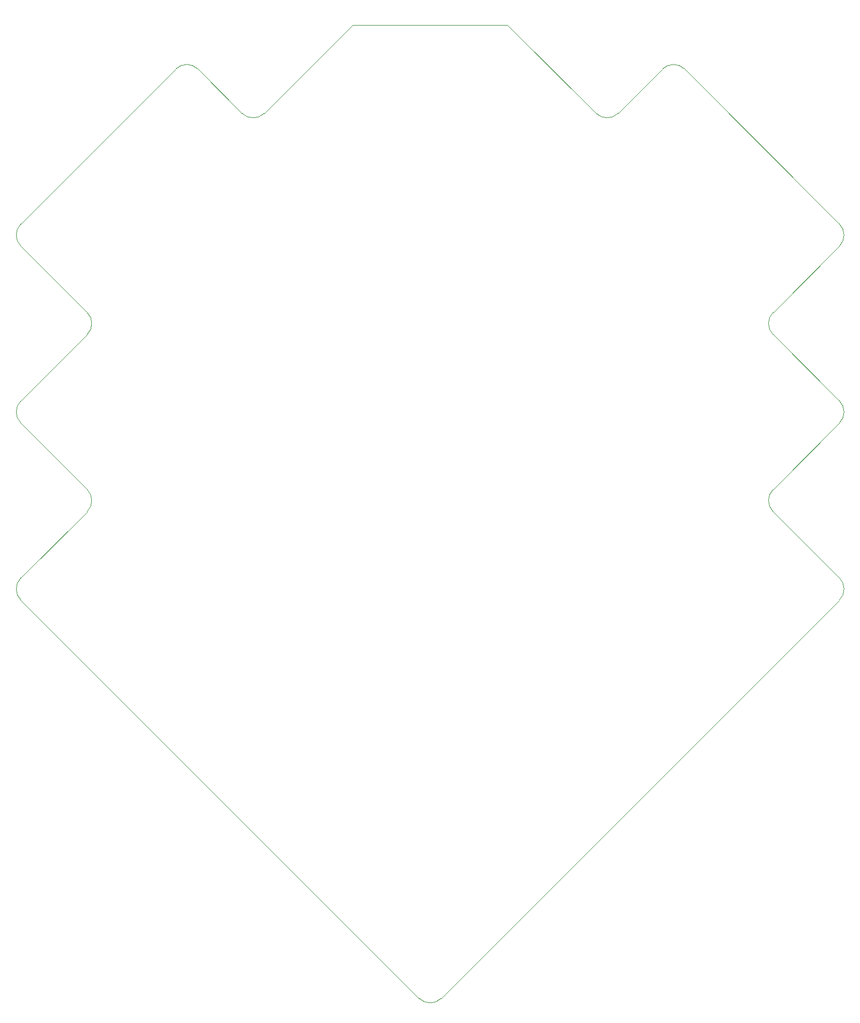
<source format=gbr>
%TF.GenerationSoftware,KiCad,Pcbnew,(6.0.1)*%
%TF.CreationDate,2022-02-09T22:29:10-05:00*%
%TF.ProjectId,herringbone_base_layer,68657272-696e-4676-926f-6e655f626173,rev?*%
%TF.SameCoordinates,Original*%
%TF.FileFunction,Profile,NP*%
%FSLAX46Y46*%
G04 Gerber Fmt 4.6, Leading zero omitted, Abs format (unit mm)*
G04 Created by KiCad (PCBNEW (6.0.1)) date 2022-02-09 22:29:10*
%MOMM*%
%LPD*%
G01*
G04 APERTURE LIST*
%TA.AperFunction,Profile*%
%ADD10C,0.100000*%
%TD*%
G04 APERTURE END LIST*
D10*
X204374065Y-104472203D02*
G75*
G03*
X204374065Y-101104607I-1683798J1683798D01*
G01*
X204374065Y-50590666D02*
G75*
G03*
X204374065Y-47223070I-1683798J1683798D01*
G01*
X180800893Y-23649898D02*
G75*
G03*
X177433297Y-23649898I-1683798J-1683798D01*
G01*
X204374065Y-77531434D02*
G75*
G03*
X204374065Y-74163838I-1683798J1683798D01*
G01*
X89875800Y-91001819D02*
G75*
G03*
X89875800Y-87634222I-1683799J1683798D01*
G01*
X89875800Y-64061050D02*
X79773011Y-74163838D01*
X106713780Y-23649898D02*
G75*
G03*
X103346184Y-23649898I-1683798J-1683798D01*
G01*
X79773011Y-101104607D02*
G75*
G03*
X79773011Y-104472203I1683798J-1683798D01*
G01*
X194271277Y-60693454D02*
X204374065Y-50590666D01*
X89875800Y-64061050D02*
G75*
G03*
X89875800Y-60693454I-1683798J1683798D01*
G01*
X204374065Y-47223070D02*
X180800893Y-23649898D01*
X79773011Y-47223070D02*
G75*
G03*
X79773011Y-50590666I1683798J-1683798D01*
G01*
X113448972Y-30385090D02*
X106713780Y-23649898D01*
X103346184Y-23649898D02*
X79773011Y-47223070D01*
X140389740Y-165088932D02*
G75*
G03*
X143757336Y-165088932I1683798J1683798D01*
G01*
X79773011Y-104472203D02*
X140389740Y-165088932D01*
X79773011Y-77531434D02*
X89875800Y-87634222D01*
X194271277Y-87634222D02*
X204374065Y-77531434D01*
X116816568Y-30385090D02*
X130286952Y-16914706D01*
X167330509Y-30385090D02*
X153860124Y-16914706D01*
X167330509Y-30385090D02*
G75*
G03*
X170698105Y-30385090I1683798J1683798D01*
G01*
X204374065Y-101104607D02*
X194271277Y-91001819D01*
X194271277Y-87634222D02*
G75*
G03*
X194271277Y-91001819I1683796J-1683799D01*
G01*
X89875800Y-91001819D02*
X79773011Y-101104607D01*
X79773011Y-50590666D02*
X89875800Y-60693454D01*
X79773011Y-74163838D02*
G75*
G03*
X79773011Y-77531434I1683798J-1683798D01*
G01*
X113448972Y-30385090D02*
G75*
G03*
X116816568Y-30385090I1683798J1683798D01*
G01*
X204374065Y-74163838D02*
X194271277Y-64061050D01*
X143757336Y-165088932D02*
X204374065Y-104472203D01*
X177433297Y-23649898D02*
X170698105Y-30385090D01*
X194271277Y-60693454D02*
G75*
G03*
X194271277Y-64061050I1683798J-1683798D01*
G01*
X130286952Y-16914706D02*
X153860124Y-16914706D01*
M02*

</source>
